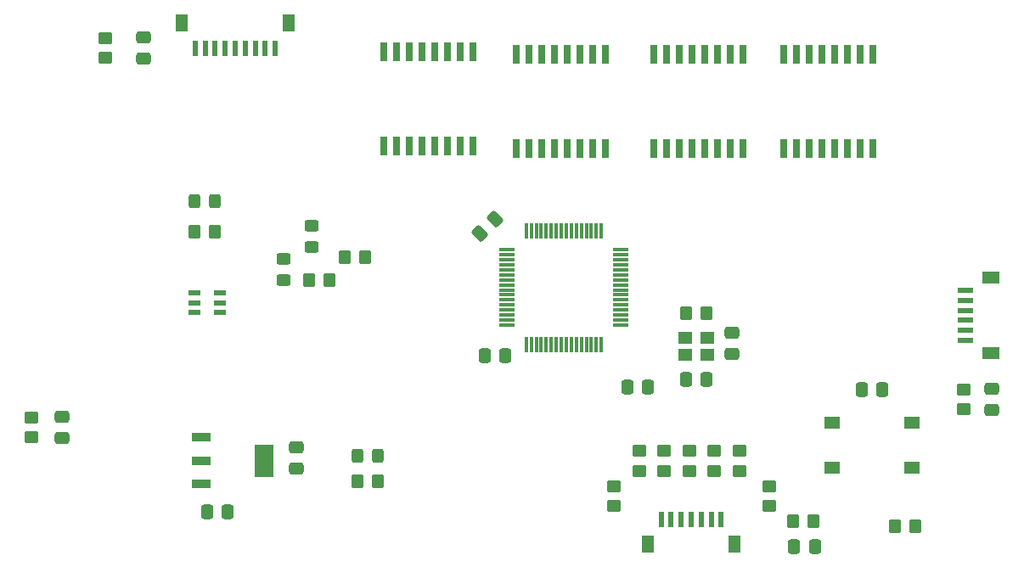
<source format=gtp>
G04 #@! TF.GenerationSoftware,KiCad,Pcbnew,8.0.8*
G04 #@! TF.CreationDate,2025-03-18T19:08:41-04:00*
G04 #@! TF.ProjectId,477,3437372e-6b69-4636-9164-5f7063625858,rev?*
G04 #@! TF.SameCoordinates,Original*
G04 #@! TF.FileFunction,Paste,Top*
G04 #@! TF.FilePolarity,Positive*
%FSLAX46Y46*%
G04 Gerber Fmt 4.6, Leading zero omitted, Abs format (unit mm)*
G04 Created by KiCad (PCBNEW 8.0.8) date 2025-03-18 19:08:41*
%MOMM*%
%LPD*%
G01*
G04 APERTURE LIST*
G04 Aperture macros list*
%AMRoundRect*
0 Rectangle with rounded corners*
0 $1 Rounding radius*
0 $2 $3 $4 $5 $6 $7 $8 $9 X,Y pos of 4 corners*
0 Add a 4 corners polygon primitive as box body*
4,1,4,$2,$3,$4,$5,$6,$7,$8,$9,$2,$3,0*
0 Add four circle primitives for the rounded corners*
1,1,$1+$1,$2,$3*
1,1,$1+$1,$4,$5*
1,1,$1+$1,$6,$7*
1,1,$1+$1,$8,$9*
0 Add four rect primitives between the rounded corners*
20,1,$1+$1,$2,$3,$4,$5,0*
20,1,$1+$1,$4,$5,$6,$7,0*
20,1,$1+$1,$6,$7,$8,$9,0*
20,1,$1+$1,$8,$9,$2,$3,0*%
G04 Aperture macros list end*
%ADD10R,0.600000X1.550000*%
%ADD11R,1.200000X1.800000*%
%ADD12RoundRect,0.250000X-0.337500X-0.475000X0.337500X-0.475000X0.337500X0.475000X-0.337500X0.475000X0*%
%ADD13RoundRect,0.250000X-0.475000X0.337500X-0.475000X-0.337500X0.475000X-0.337500X0.475000X0.337500X0*%
%ADD14RoundRect,0.250000X-0.450000X0.325000X-0.450000X-0.325000X0.450000X-0.325000X0.450000X0.325000X0*%
%ADD15R,1.550000X0.600000*%
%ADD16R,1.800000X1.200000*%
%ADD17RoundRect,0.250000X-0.450000X0.350000X-0.450000X-0.350000X0.450000X-0.350000X0.450000X0.350000X0*%
%ADD18RoundRect,0.250000X0.350000X0.450000X-0.350000X0.450000X-0.350000X-0.450000X0.350000X-0.450000X0*%
%ADD19RoundRect,0.250000X0.450000X-0.350000X0.450000X0.350000X-0.450000X0.350000X-0.450000X-0.350000X0*%
%ADD20RoundRect,0.250000X-0.325000X-0.450000X0.325000X-0.450000X0.325000X0.450000X-0.325000X0.450000X0*%
%ADD21RoundRect,0.250000X0.337500X0.475000X-0.337500X0.475000X-0.337500X-0.475000X0.337500X-0.475000X0*%
%ADD22R,1.550000X1.300000*%
%ADD23RoundRect,0.250000X-0.350000X-0.450000X0.350000X-0.450000X0.350000X0.450000X-0.350000X0.450000X0*%
%ADD24RoundRect,0.075000X0.700000X0.075000X-0.700000X0.075000X-0.700000X-0.075000X0.700000X-0.075000X0*%
%ADD25RoundRect,0.075000X0.075000X0.700000X-0.075000X0.700000X-0.075000X-0.700000X0.075000X-0.700000X0*%
%ADD26R,1.400000X1.200000*%
%ADD27R,0.700000X1.930000*%
%ADD28RoundRect,0.250000X0.097227X-0.574524X0.574524X-0.097227X-0.097227X0.574524X-0.574524X0.097227X0*%
%ADD29R,1.200000X0.600000*%
%ADD30R,1.850000X0.900000*%
%ADD31R,1.850000X3.200000*%
%ADD32RoundRect,0.250000X0.475000X-0.337500X0.475000X0.337500X-0.475000X0.337500X-0.475000X-0.337500X0*%
G04 APERTURE END LIST*
D10*
X151686000Y-129798000D03*
X152686000Y-129798000D03*
X153686000Y-129798000D03*
X154686000Y-129798000D03*
X155686000Y-129798000D03*
X156686000Y-129798000D03*
X157686000Y-129798000D03*
D11*
X150386000Y-132323000D03*
X158986000Y-132323000D03*
D12*
X154156500Y-115824000D03*
X156231500Y-115824000D03*
D13*
X91948000Y-119612500D03*
X91948000Y-121687500D03*
D12*
X171682500Y-116840000D03*
X173757500Y-116840000D03*
D14*
X116840000Y-100575001D03*
X116840000Y-102624999D03*
D15*
X182030000Y-106974000D03*
X182030000Y-107974000D03*
X182030000Y-108974000D03*
X182030000Y-109974000D03*
X182030000Y-110974000D03*
X182030000Y-111974000D03*
D16*
X184554000Y-105674000D03*
X184554000Y-113274000D03*
D17*
X181864000Y-116856000D03*
X181864000Y-118856000D03*
D18*
X107172000Y-101092000D03*
X105172000Y-101092000D03*
D19*
X154500000Y-125000000D03*
X154500000Y-123000000D03*
X162500000Y-128500000D03*
X162500000Y-126500000D03*
X149500000Y-125000000D03*
X149500000Y-123000000D03*
D18*
X177000000Y-130500000D03*
X175000000Y-130500000D03*
D17*
X96266000Y-81804000D03*
X96266000Y-83804000D03*
D20*
X121403000Y-123444000D03*
X123453000Y-123444000D03*
D21*
X136165500Y-113500000D03*
X134090500Y-113500000D03*
D22*
X168745000Y-120178000D03*
X168745000Y-124678000D03*
X176695000Y-120178000D03*
X176695000Y-124678000D03*
D17*
X88900000Y-119650000D03*
X88900000Y-121650000D03*
D21*
X150389500Y-116586000D03*
X148314500Y-116586000D03*
D14*
X114046000Y-103877001D03*
X114046000Y-105926999D03*
D19*
X157000000Y-125000000D03*
X157000000Y-123000000D03*
D23*
X116602000Y-105918000D03*
X118602000Y-105918000D03*
D24*
X147661000Y-110430000D03*
X147661000Y-109930000D03*
X147661000Y-109430000D03*
X147661000Y-108930000D03*
X147661000Y-108430000D03*
X147661000Y-107930000D03*
X147661000Y-107430000D03*
X147661000Y-106930000D03*
X147661000Y-106430000D03*
X147661000Y-105930000D03*
X147661000Y-105430000D03*
X147661000Y-104930000D03*
X147661000Y-104430000D03*
X147661000Y-103930000D03*
X147661000Y-103430000D03*
X147661000Y-102930000D03*
D25*
X145736000Y-101005000D03*
X145236000Y-101005000D03*
X144736000Y-101005000D03*
X144236000Y-101005000D03*
X143736000Y-101005000D03*
X143236000Y-101005000D03*
X142736000Y-101005000D03*
X142236000Y-101005000D03*
X141736000Y-101005000D03*
X141236000Y-101005000D03*
X140736000Y-101005000D03*
X140236000Y-101005000D03*
X139736000Y-101005000D03*
X139236000Y-101005000D03*
X138736000Y-101005000D03*
X138236000Y-101005000D03*
D24*
X136311000Y-102930000D03*
X136311000Y-103430000D03*
X136311000Y-103930000D03*
X136311000Y-104430000D03*
X136311000Y-104930000D03*
X136311000Y-105430000D03*
X136311000Y-105930000D03*
X136311000Y-106430000D03*
X136311000Y-106930000D03*
X136311000Y-107430000D03*
X136311000Y-107930000D03*
X136311000Y-108430000D03*
X136311000Y-108930000D03*
X136311000Y-109430000D03*
X136311000Y-109930000D03*
X136311000Y-110430000D03*
D25*
X138236000Y-112355000D03*
X138736000Y-112355000D03*
X139236000Y-112355000D03*
X139736000Y-112355000D03*
X140236000Y-112355000D03*
X140736000Y-112355000D03*
X141236000Y-112355000D03*
X141736000Y-112355000D03*
X142236000Y-112355000D03*
X142736000Y-112355000D03*
X143236000Y-112355000D03*
X143736000Y-112355000D03*
X144236000Y-112355000D03*
X144736000Y-112355000D03*
X145236000Y-112355000D03*
X145736000Y-112355000D03*
D18*
X123428000Y-125984000D03*
X121428000Y-125984000D03*
D19*
X147000000Y-128500000D03*
X147000000Y-126500000D03*
D13*
X100076000Y-81766500D03*
X100076000Y-83841500D03*
D26*
X154094000Y-113372000D03*
X156294000Y-113372000D03*
X156294000Y-111672000D03*
X154094000Y-111672000D03*
D13*
X158750000Y-111230500D03*
X158750000Y-113305500D03*
D27*
X132969000Y-83174000D03*
X131699000Y-83174000D03*
X130429000Y-83174000D03*
X129159000Y-83174000D03*
X127889000Y-83174000D03*
X126619000Y-83174000D03*
X125349000Y-83174000D03*
X124079000Y-83174000D03*
X124079000Y-92594000D03*
X125349000Y-92594000D03*
X126619000Y-92594000D03*
X127889000Y-92594000D03*
X129159000Y-92594000D03*
X130429000Y-92594000D03*
X131699000Y-92594000D03*
X132969000Y-92594000D03*
D28*
X133632377Y-101317623D03*
X135099623Y-99850377D03*
D19*
X152000000Y-125000000D03*
X152000000Y-123000000D03*
D23*
X120158000Y-103632000D03*
X122158000Y-103632000D03*
D12*
X106404500Y-129032000D03*
X108479500Y-129032000D03*
D27*
X146177000Y-83428000D03*
X144907000Y-83428000D03*
X143637000Y-83428000D03*
X142367000Y-83428000D03*
X141097000Y-83428000D03*
X139827000Y-83428000D03*
X138557000Y-83428000D03*
X137287000Y-83428000D03*
X137287000Y-92848000D03*
X138557000Y-92848000D03*
X139827000Y-92848000D03*
X141097000Y-92848000D03*
X142367000Y-92848000D03*
X143637000Y-92848000D03*
X144907000Y-92848000D03*
X146177000Y-92848000D03*
D29*
X105176000Y-107254000D03*
X105176000Y-108204000D03*
X105176000Y-109154000D03*
X107676000Y-109154000D03*
X107676000Y-108204000D03*
X107676000Y-107254000D03*
D19*
X159500000Y-125000000D03*
X159500000Y-123000000D03*
D13*
X184658000Y-116818500D03*
X184658000Y-118893500D03*
D27*
X172847000Y-83428000D03*
X171577000Y-83428000D03*
X170307000Y-83428000D03*
X169037000Y-83428000D03*
X167767000Y-83428000D03*
X166497000Y-83428000D03*
X165227000Y-83428000D03*
X163957000Y-83428000D03*
X163957000Y-92848000D03*
X165227000Y-92848000D03*
X166497000Y-92848000D03*
X167767000Y-92848000D03*
X169037000Y-92848000D03*
X170307000Y-92848000D03*
X171577000Y-92848000D03*
X172847000Y-92848000D03*
D20*
X105147000Y-98044000D03*
X107197000Y-98044000D03*
D18*
X156194000Y-109220000D03*
X154194000Y-109220000D03*
D30*
X105866000Y-121652000D03*
X105866000Y-123952000D03*
X105866000Y-126252000D03*
D31*
X112066000Y-123952000D03*
D10*
X113220000Y-82804000D03*
X112220000Y-82804000D03*
X111220000Y-82804000D03*
X110220000Y-82804000D03*
X109220000Y-82804000D03*
X108220000Y-82804000D03*
X107220000Y-82804000D03*
X106220000Y-82804000D03*
X105220000Y-82804000D03*
D11*
X114520000Y-80279000D03*
X103920000Y-80279000D03*
D23*
X164862000Y-129960000D03*
X166862000Y-129960000D03*
D32*
X115316000Y-124735500D03*
X115316000Y-122660500D03*
D27*
X159893000Y-83428000D03*
X158623000Y-83428000D03*
X157353000Y-83428000D03*
X156083000Y-83428000D03*
X154813000Y-83428000D03*
X153543000Y-83428000D03*
X152273000Y-83428000D03*
X151003000Y-83428000D03*
X151003000Y-92848000D03*
X152273000Y-92848000D03*
X153543000Y-92848000D03*
X154813000Y-92848000D03*
X156083000Y-92848000D03*
X157353000Y-92848000D03*
X158623000Y-92848000D03*
X159893000Y-92848000D03*
D12*
X164962500Y-132500000D03*
X167037500Y-132500000D03*
M02*

</source>
